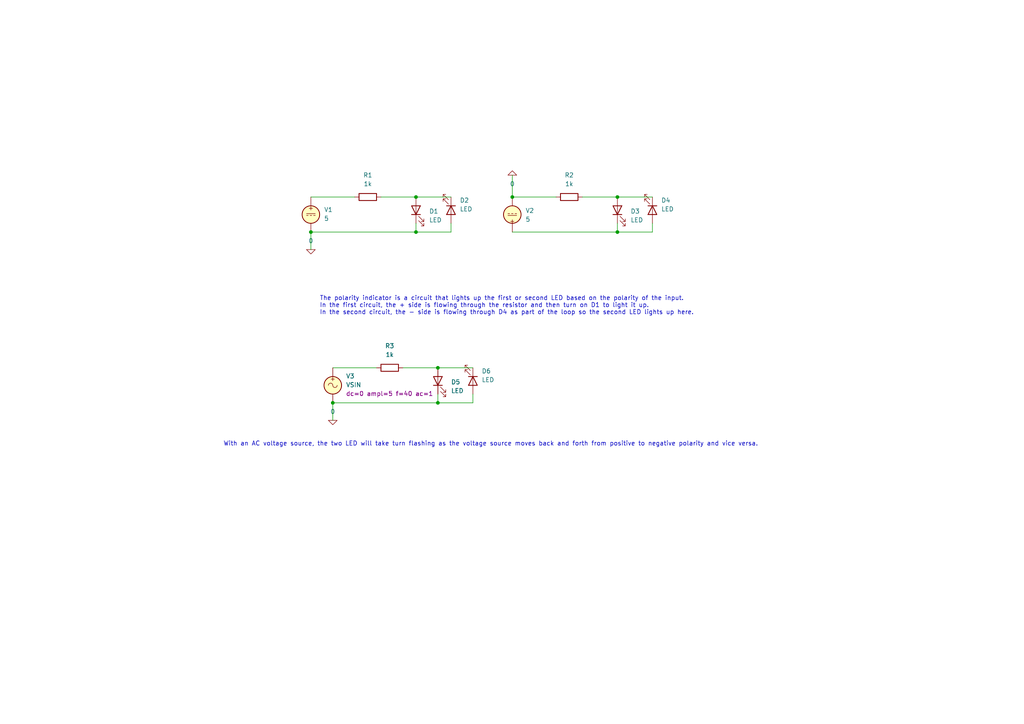
<source format=kicad_sch>
(kicad_sch (version 20230121) (generator eeschema)
  (paper "A4")
  (lib_symbols
    (symbol "Device:LED" (pin_numbers hide) (pin_names (offset 1.016) hide)
      (property "Reference" "D" (at 0 2.54 0))
      (property "Value" "LED" (at 0 -2.54 0))
      (symbol "LED_0_1"
        (polyline (pts (xy -1.27 -1.27) (xy -1.27 1.27)) (stroke (width 0.254)))
        (polyline (pts (xy -1.27 0) (xy 1.27 0)))
        (polyline (pts (xy 1.27 -1.27) (xy 1.27 1.27) (xy -1.27 0) (xy 1.27 -1.27)) (stroke (width 0.254)))
        (polyline (pts (xy -3.048 -0.762) (xy -4.572 -2.286) (xy -3.81 -2.286) (xy -4.572 -2.286) (xy -4.572 -1.524)))
        (polyline (pts (xy -1.778 -0.762) (xy -3.302 -2.286) (xy -2.54 -2.286) (xy -3.302 -2.286) (xy -3.302 -1.524)))
      )
      (symbol "LED_1_1"
        (pin passive line (at -3.81 0 0) (length 2.54) (name "K") (number "1"))
        (pin passive line (at 3.81 0 180) (length 2.54) (name "A") (number "2"))
      )
    )
    (symbol "Device:R" (pin_numbers hide) (pin_names (offset 0))
      (property "Reference" "R" (at 2.032 0 90))
      (property "Value" "R" (at 0 0 90))
      (symbol "R_0_1"
        (rectangle (start -1.016 -2.54) (end 1.016 2.54) (stroke (width 0.254)))
      )
      (symbol "R_1_1"
        (pin passive line (at 0 3.81 270) (length 1.27) (name "~") (number "1"))
        (pin passive line (at 0 -3.81 90) (length 1.27) (name "~") (number "2"))
      )
    )
    (symbol "Simulation_SPICE:0" (power) (pin_names (offset 0))
      (property "Value" "0" (at 0 -1.778 0))
      (symbol "0_0_1"
        (polyline (pts (xy -1.27 0) (xy 0 -1.27) (xy 1.27 0) (xy -1.27 0)))
      )
      (symbol "0_1_1"
        (pin power_in line (at 0 0 0) (length 0) hide (name "0") (number "1"))
      )
    )
    (symbol "Simulation_SPICE:VDC" (pin_numbers hide) (pin_names (offset 0.0254))
      (property "Reference" "V" (at 2.54 2.54 0))
      (property "Value" "1" (at 2.54 0 0))
      (symbol "VDC_0_0"
        (polyline (pts (xy -1.27 0.254) (xy 1.27 0.254)))
        (polyline (pts (xy -0.762 -0.254) (xy -1.27 -0.254)))
        (polyline (pts (xy 0.254 -0.254) (xy -0.254 -0.254)))
        (polyline (pts (xy 1.27 -0.254) (xy 0.762 -0.254)))
        (text "+" (at 0 1.905 0) (effects (font (size 1.27 1.27))))
      )
      (symbol "VDC_0_1"
        (circle (center 0 0) (radius 2.54) (stroke (width 0.254)) (fill (type background)))
      )
      (symbol "VDC_1_1"
        (pin passive line (at 0 5.08 270) (length 2.54) (name "~") (number "1"))
        (pin passive line (at 0 -5.08 90) (length 2.54) (name "~") (number "2"))
      )
    )
    (symbol "Simulation_SPICE:VSIN" (pin_numbers hide) (pin_names (offset 0.0254))
      (property "Reference" "V" (at 2.54 2.54 0))
      (property "Value" "VSIN" (at 2.54 0 0))
      (property "Sim.Params" "dc=0 ampl=1 f=1k ac=1" (at 2.54 -2.54 0))
      (symbol "VSIN_0_0"
        (arc (start 0 0) (mid -0.635 0.6323) (end -1.27 0))
        (arc (start 0 0) (mid 0.635 -0.6323) (end 1.27 0))
        (text "+" (at 0 1.905 0) (effects (font (size 1.27 1.27))))
      )
      (symbol "VSIN_0_1"
        (circle (center 0 0) (radius 2.54) (stroke (width 0.254)) (fill (type background)))
      )
      (symbol "VSIN_1_1"
        (pin passive line (at 0 5.08 270) (length 2.54) (name "~") (number "1"))
        (pin passive line (at 0 -5.08 90) (length 2.54) (name "~") (number "2"))
      )
    )
  )
  (junction (at 120.65 57.15))
  (junction (at 120.65 67.31))
  (junction (at 127 106.68))
  (junction (at 148.59 57.15))
  (junction (at 96.52 116.84))
  (junction (at 90.17 67.31))
  (junction (at 179.07 67.31))
  (junction (at 127 116.84))
  (junction (at 179.07 57.15))
  (wire (pts (xy 137.16 116.84) (xy 127 116.84)))
  (wire (pts (xy 96.52 116.84) (xy 96.52 121.92)))
  (wire (pts (xy 179.07 67.31) (xy 148.59 67.31)))
  (wire (pts (xy 168.91 57.15) (xy 179.07 57.15)))
  (wire (pts (xy 148.59 57.15) (xy 161.29 57.15)))
  (wire (pts (xy 116.84 106.68) (xy 127 106.68)))
  (wire (pts (xy 96.52 106.68) (xy 109.22 106.68)))
  (wire (pts (xy 127 116.84) (xy 96.52 116.84)))
  (wire (pts (xy 130.81 64.77) (xy 130.81 67.31)))
  (wire (pts (xy 110.49 57.15) (xy 120.65 57.15)))
  (wire (pts (xy 179.07 57.15) (xy 189.23 57.15)))
  (wire (pts (xy 120.65 57.15) (xy 130.81 57.15)))
  (wire (pts (xy 120.65 64.77) (xy 120.65 67.31)))
  (wire (pts (xy 148.59 50.8) (xy 148.59 57.15)))
  (wire (pts (xy 130.81 67.31) (xy 120.65 67.31)))
  (wire (pts (xy 127 114.3) (xy 127 116.84)))
  (wire (pts (xy 137.16 114.3) (xy 137.16 116.84)))
  (wire (pts (xy 120.65 67.31) (xy 90.17 67.31)))
  (wire (pts (xy 179.07 64.77) (xy 179.07 67.31)))
  (wire (pts (xy 90.17 57.15) (xy 102.87 57.15)))
  (wire (pts (xy 189.23 64.77) (xy 189.23 67.31)))
  (wire (pts (xy 189.23 67.31) (xy 179.07 67.31)))
  (wire (pts (xy 90.17 67.31) (xy 90.17 72.39)))
  (wire (pts (xy 127 106.68) (xy 137.16 106.68)))
  (text "With an AC voltage source, the two LED will take turn flashing as the voltage source moves back and forth from positive to negative polarity and vice versa." (at 64.77 129.54 0) (effects (font (size 1.27 1.27)) (justify left bottom)))
  (text "The polarity indicator is a circuit that lights up the first or second LED based on the polarity of the input.\nIn the first circuit, the + side is flowing through the resistor and then turn on D1 to light it up.\nIn the second circuit, the - side is flowing through D4 as part of the loop so the second LED lights up here.\n" (at 92.71 91.44 0) (effects (font (size 1.27 1.27)) (justify left bottom)))
  (symbol (lib_id "Device:LED") (at 127 110.49 90) (unit 1)
    (property "Reference" "D5" (at 130.81 110.8075 90) (effects (justify right)))
    (property "Value" "LED" (at 130.81 113.3475 90) (effects (justify right)))
  )
  (symbol (lib_id "Device:R") (at 106.68 57.15 270) (unit 1)
    (property "Reference" "R1" (at 106.68 50.8 90))
    (property "Value" "1k" (at 106.68 53.34 90))
  )
  (symbol (lib_id "Device:R") (at 165.1 57.15 270) (unit 1)
    (property "Reference" "R2" (at 165.1 50.8 90))
    (property "Value" "1k" (at 165.1 53.34 90))
  )
  (symbol (lib_id "Simulation_SPICE:VDC") (at 148.59 62.23 180) (unit 1)
    (property "Reference" "V2" (at 152.4 61.0898 0) (effects (justify right)))
    (property "Value" "5" (at 152.4 63.6298 0) (effects (justify right)))
    (property "Sim.Pins" "1=+ 2=-" (effects hide))
    (property "Sim.Type" "DC" (effects hide))
    (property "Sim.Device" "V" (effects hide))
  )
  (symbol (lib_id "Device:LED") (at 130.81 60.96 270) (unit 1)
    (property "Reference" "D2" (at 133.35 58.1025 90) (effects (justify left)))
    (property "Value" "LED" (at 133.35 60.6425 90) (effects (justify left)))
  )
  (symbol (lib_id "Simulation_SPICE:0") (at 90.17 72.39 0) (unit 1)
    (property "Reference" "#GND01" (effects hide))
    (property "Value" "0" (at 90.17 69.85 0))
  )
  (symbol (lib_id "Device:LED") (at 137.16 110.49 270) (unit 1)
    (property "Reference" "D6" (at 139.7 107.6325 90) (effects (justify left)))
    (property "Value" "LED" (at 139.7 110.1725 90) (effects (justify left)))
  )
  (symbol (lib_id "Simulation_SPICE:VDC") (at 90.17 62.23 0) (unit 1)
    (property "Reference" "V1" (at 93.98 60.8302 0) (effects (justify left)))
    (property "Value" "5" (at 93.98 63.3702 0) (effects (justify left)))
    (property "Sim.Pins" "1=+ 2=-" (effects hide))
    (property "Sim.Type" "DC" (effects hide))
    (property "Sim.Device" "V" (effects hide))
  )
  (symbol (lib_id "Device:LED") (at 120.65 60.96 90) (unit 1)
    (property "Reference" "D1" (at 124.46 61.2775 90) (effects (justify right)))
    (property "Value" "LED" (at 124.46 63.8175 90) (effects (justify right)))
  )
  (symbol (lib_id "Device:R") (at 113.03 106.68 270) (unit 1)
    (property "Reference" "R3" (at 113.03 100.33 90))
    (property "Value" "1k" (at 113.03 102.87 90))
  )
  (symbol (lib_id "Device:LED") (at 179.07 60.96 90) (unit 1)
    (property "Reference" "D3" (at 182.88 61.2775 90) (effects (justify right)))
    (property "Value" "LED" (at 182.88 63.8175 90) (effects (justify right)))
  )
  (symbol (lib_id "Simulation_SPICE:VSIN") (at 96.52 111.76 0) (unit 1)
    (property "Reference" "V3" (at 100.33 109.0902 0) (effects (justify left)))
    (property "Value" "VSIN" (at 100.33 111.6302 0) (effects (justify left)))
    (property "Sim.Pins" "1=+ 2=-" (effects hide))
    (property "Sim.Params" "dc=0 ampl=5 f=40 ac=1" (at 100.33 114.1702 0) (effects (justify left)))
    (property "Sim.Type" "SIN" (effects hide))
    (property "Sim.Device" "V" (effects hide))
  )
  (symbol (lib_id "Simulation_SPICE:0") (at 148.59 50.8 180) (unit 1)
    (property "Reference" "#GND02" (effects hide))
    (property "Value" "0" (at 148.59 53.34 0))
  )
  (symbol (lib_id "Simulation_SPICE:0") (at 96.52 121.92 0) (unit 1)
    (property "Reference" "#GND03" (effects hide))
    (property "Value" "0" (at 96.52 119.38 0))
  )
  (symbol (lib_id "Device:LED") (at 189.23 60.96 270) (unit 1)
    (property "Reference" "D4" (at 191.77 58.1025 90) (effects (justify left)))
    (property "Value" "LED" (at 191.77 60.6425 90) (effects (justify left)))
  )
)
</source>
